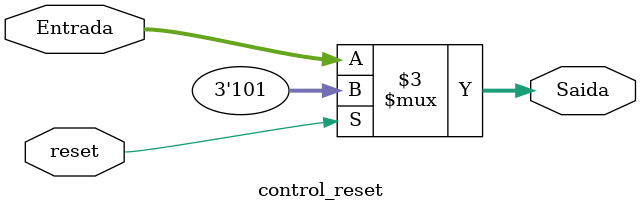
<source format=v>
/*
modulo responsavel pelo contador sincrono ele conta as açoes do cachorro, indo de 0 a 5.
*/

module contador_sincrono(clock_in, reset, bits_out, power);
 input clock_in, reset, power;
 output [2:0] bits_out;
 
 
 wire [2:0] proximo,  control_aux;
 wire [2:0] atual;
 wire notPower;
 
 not NotPower(notPower, power);

 
 controle controle_instan(proximo, control_aux, reset, notPower); // chamando o modulo de controle do ffD
 control_reset contr_instan(control_aux, atual, reset); // chamando o modulo que detecta um pulso no botao de reset
 
 FF_d Ff_A(proximo[2], clock_in, atual[2]); // chama o FFD para o MSB
 FF_d Ff_B(proximo[1], clock_in, atual[1]);
 FF_d Ff_C(proximo[0], clock_in, atual[0]); // chama o FFD para o LSB

 assign bits_out = proximo;
 
endmodule

/*
Modulo responsavel pelo controle do proximo estado do FFD
*/

module controle(Entrada, Saida, reset, notPower);
 input reset, notPower;
 input [2:0] Entrada;
 output [2:0] Saida;
 
 // controle do FF0
 wire notC, nandAB, and0AB, CFinal;
 not NotC(notC, Entrada[0]);
 nand NAND_AB(nandAB, Entrada[2], Entrada[1]);
 and and0(and0AB, nandAB, notC);
 or OR3(CFinal, reset, and0AB);

 mux_2x1_gl muxC(CFinal, 1'b0, notPower, Saida[0]); // mux para caso o power esteja desativado
 
 // controle do FF1
 wire notA, xorBC, notReset, and1ABC, BFinal;
 not not_(notReset, reset);
 not NotA(notA, Entrada[2]);
 xor Xor0(xorBC, Entrada[1], Entrada[0]);
 
 and and1(and1ABC, notA, xorBC);
 and AND3(BFinal, notReset, and1ABC);
 mux_2x1_gl muxB(BFinal, 1'b0, notPower, Saida[1]); // mux para caso o power esteja desativado
 
 // controle do FF2
 wire notB, andANotsBC, andBCnotA, OrABCout, AFinal;
 not NotB(notB, Entrada[1]);
 and and2(andANotsBC, Entrada[2], notB, notC);
 and and3(andBCnotA, notA, Entrada[1], Entrada[0]);
 or Or0(OrABCout, andBCnotA, andANotsBC);
 or OR2(AFinal, OrABCout, reset);
 mux_2x1_gl muxA(AFinal, 1'b0, notPower, Saida[2]); // mux para caso o power esteja desativado
 
 endmodule
 
/*
modulo responsavel por detectar se o botao reset foi apertado
*/
 
module control_reset(Entrada, Saida, reset);
    input reset;
    input [2:0] Entrada; // Estado atual
    output reg [2:0] Saida;

    always @(*) begin
        if (reset) begin
            Saida = 3'b101; // Se reset estiver ativo, vá para 000
        end else begin
            Saida = Entrada; // Caso contrário, mantenha o estado atual
        end
    end
endmodule
</source>
